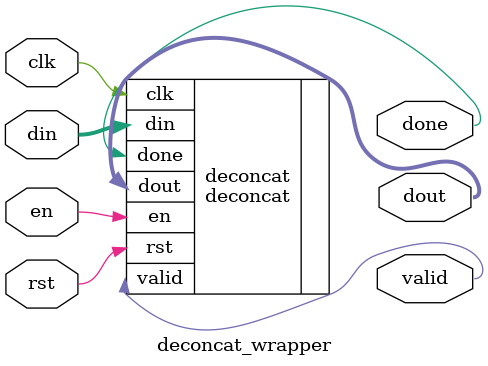
<source format=v>
module deconcat_wrapper (
    input wire clk, rst,
    input wire [31:0] din,
    input wire en,
    output wire [7:0] dout,
    output wire valid,
    output wire done
);
    deconcat #(
        .DATAW_IN(32),
        .DATAW_OUT(8)
    ) deconcat (
        .clk(clk),
        .rst(rst),
        .din(din),
        .en(en),
        .dout(dout),
        .valid(valid),
        .done(done)
    );

endmodule
</source>
